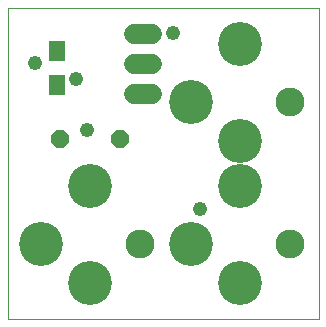
<source format=gts>
G75*
%MOIN*%
%OFA0B0*%
%FSLAX25Y25*%
%IPPOS*%
%LPD*%
%AMOC8*
5,1,8,0,0,1.08239X$1,22.5*
%
%ADD10C,0.00000*%
%ADD11OC8,0.06000*%
%ADD12R,0.05524X0.06706*%
%ADD13C,0.06800*%
%ADD14C,0.14643*%
%ADD15C,0.09658*%
%ADD16C,0.04800*%
D10*
X0003500Y0001000D02*
X0003500Y0104711D01*
X0107201Y0104711D01*
X0107201Y0001000D01*
X0003500Y0001000D01*
D11*
X0021000Y0061000D03*
X0041000Y0061000D03*
D12*
X0019750Y0079041D03*
X0019750Y0090459D03*
D13*
X0045500Y0086000D02*
X0051500Y0086000D01*
X0051500Y0096000D02*
X0045500Y0096000D01*
X0045500Y0076000D02*
X0051500Y0076000D01*
D14*
X0064465Y0073500D03*
X0081000Y0060508D03*
X0081000Y0045291D03*
X0064465Y0026000D03*
X0081000Y0013008D03*
X0031000Y0013008D03*
X0014465Y0026000D03*
X0031000Y0045291D03*
X0081000Y0092791D03*
D15*
X0097535Y0073500D03*
X0097535Y0026000D03*
X0047535Y0026000D03*
D16*
X0067600Y0037900D03*
X0029800Y0064000D03*
X0026200Y0081100D03*
X0012700Y0086500D03*
X0058600Y0096400D03*
M02*

</source>
